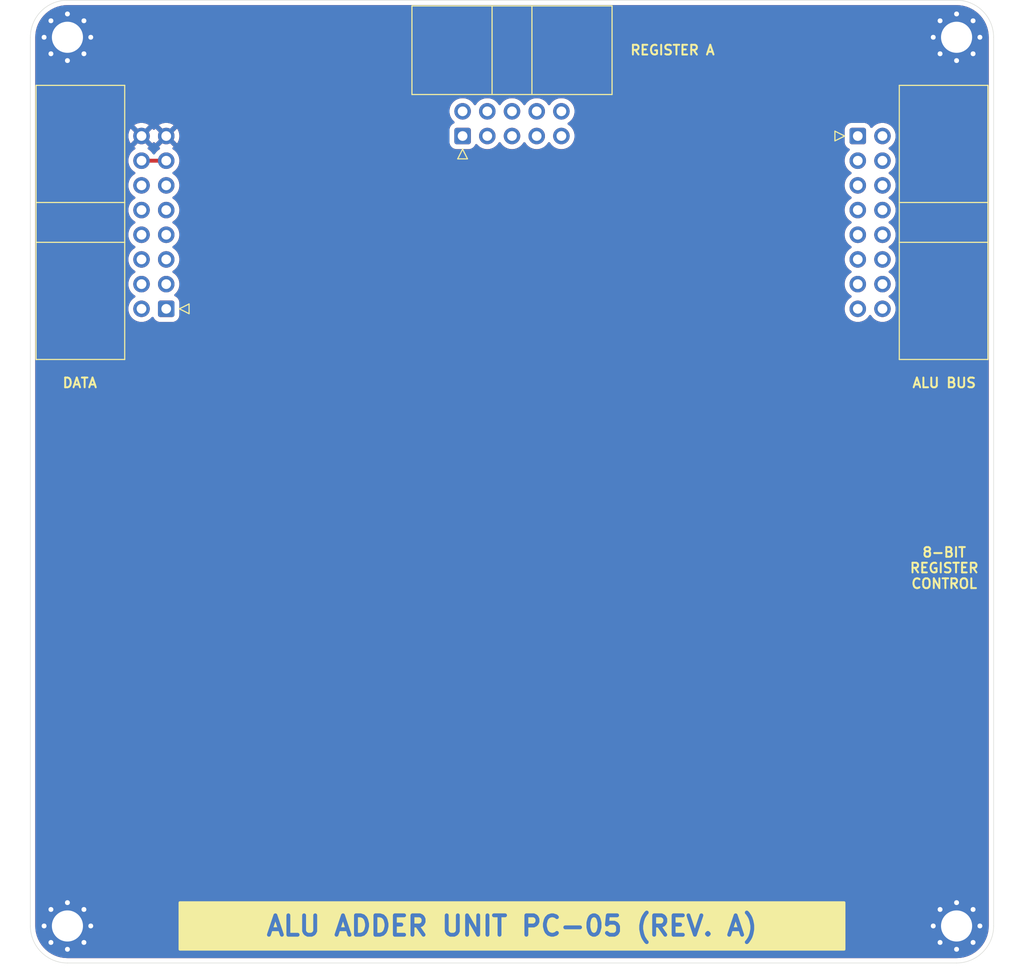
<source format=kicad_pcb>
(kicad_pcb (version 20241229) (generator "pcbnew") (generator_version "9.0")
  (title_block (title "Dual 8-Bit Register Unit") (date "2025-02-13") (rev "PC-01-A"))
  (layers (0 "F.Cu" signal) (2 "B.Cu" signal) (13 "F.Paste" user) (15 "B.Paste" user) (5 "F.SilkS" user "F.Silkscreen") (7 "B.SilkS" user "B.Silkscreen") (1 "F.Mask" user) (3 "B.Mask" user) (25 "Edge.Cuts" user))
  (net 0 "")
  (net 1 "/adr12")
  (net 2 "/adr8")
  (net 3 "/adr14")
  (net 4 "/adr13")
  (net 5 "/adr6")
  (net 6 "/adr1")
  (net 7 "/adr4")
  (net 8 "/adr10")
  (net 9 "/adr7")
  (net 10 "/adr15")
  (net 11 "/adr3")
  (net 12 "/adr5")
  (net 13 "/adr9")
  (net 14 "/adr11")
  (net 15 "/adr2")
  (net 16 "/adr0")
  (net 17 "/rega6")
  (net 18 "/rega4")
  (net 19 "/rega5")
  (net 20 "/rega2")
  (net 21 "/rega7")
  (net 22 "/rega3")
  (net 23 "/rega0")
  (net 24 "/rega1")
  (net 25 "/data3")
  (net 26 "GND")
  (net 27 "/data2")
  (net 28 "/clock")
  (net 29 "/data6")
  (net 30 "/data5")
  (net 31 "/data7")
  (net 32 "/~{mem_read}")
  (net 33 "VCC")
  (net 34 "/data4")
  (net 35 "/data0")
  (net 36 "/mem_write")
  (net 37 "/data1")
  (net 38 "/~{reset}")
  (footprint "Connector_IDC:IDC-Header_2x08_P2.54mm_Horizontal" (layer "F.Cu") (at 54.61 54.61 180)
    (property "Reference" "DATA_BUS1" (hide yes))
    (property "Value" "Conn_01x16")
    (fp_line (start 13.39 22.99) (end 4.27 22.99) (stroke (width 0.12)) (layer "F.SilkS"))
    (fp_line (start 13.39 -5.21) (end 13.39 22.99) (stroke (width 0.12)) (layer "F.SilkS"))
    (fp_line (start 4.27 22.99) (end 4.27 -5.21) (stroke (width 0.12)) (layer "F.SilkS"))
    (fp_line (start 4.27 10.94) (end 13.39 10.94) (stroke (width 0.12)) (layer "F.SilkS"))
    (fp_line (start 4.27 6.84) (end 13.39 6.84) (stroke (width 0.12)) (layer "F.SilkS"))
    (fp_line (start 4.27 -5.21) (end 13.39 -5.21) (stroke (width 0.12)) (layer "F.SilkS"))
    (fp_line (start -1.35 0) (end -2.35 -0.5) (stroke (width 0.12)) (layer "F.SilkS"))
    (fp_line (start -2.35 0.5) (end -1.35 0) (stroke (width 0.12)) (layer "F.SilkS"))
    (fp_line (start -2.35 -0.5) (end -2.35 0.5) (stroke (width 0.12)) (layer "F.SilkS"))
    (pad "1" thru_hole roundrect (at 0 0 180) (size 1.7 1.7) (drill 1) (layers "*.Cu" "*.Mask") (roundrect_rratio 0.147059) (net 35 "/data0"))
    (pad "2" thru_hole circle (at 2.54 0 180) (size 1.7 1.7) (drill 1) (layers "*.Cu" "*.Mask") (net 37 "/data1"))
    (pad "3" thru_hole circle (at 0 2.54 180) (size 1.7 1.7) (drill 1) (layers "*.Cu" "*.Mask") (net 27 "/data2"))
    (pad "4" thru_hole circle (at 2.54 2.54 180) (size 1.7 1.7) (drill 1) (layers "*.Cu" "*.Mask") (net 25 "/data3"))
    (pad "5" thru_hole circle (at 0 5.08 180) (size 1.7 1.7) (drill 1) (layers "*.Cu" "*.Mask") (net 34 "/data4"))
    (pad "6" thru_hole circle (at 2.54 5.08 180) (size 1.7 1.7) (drill 1) (layers "*.Cu" "*.Mask") (net 30 "/data5"))
    (pad "7" thru_hole circle (at 0 7.62 180) (size 1.7 1.7) (drill 1) (layers "*.Cu" "*.Mask") (net 29 "/data6"))
    (pad "8" thru_hole circle (at 2.54 7.62 180) (size 1.7 1.7) (drill 1) (layers "*.Cu" "*.Mask") (net 31 "/data7"))
    (pad "9" thru_hole circle (at 0 10.16 180) (size 1.7 1.7) (drill 1) (layers "*.Cu" "*.Mask") (net 32 "/~{mem_read}"))
    (pad "10" thru_hole circle (at 2.54 10.16 180) (size 1.7 1.7) (drill 1) (layers "*.Cu" "*.Mask") (net 36 "/mem_write"))
    (pad "11" thru_hole circle (at 0 12.7 180) (size 1.7 1.7) (drill 1) (layers "*.Cu" "*.Mask") (net 38 "/~{reset}"))
    (pad "12" thru_hole circle (at 2.54 12.7 180) (size 1.7 1.7) (drill 1) (layers "*.Cu" "*.Mask") (net 28 "/clock"))
    (pad "13" thru_hole circle (at 0 15.24 180) (size 1.7 1.7) (drill 1) (layers "*.Cu" "*.Mask") (net 33 "VCC"))
    (pad "14" thru_hole circle (at 2.54 15.24 180) (size 1.7 1.7) (drill 1) (layers "*.Cu" "*.Mask") (net 33 "VCC"))
    (pad "15" thru_hole circle (at 0 17.78 180) (size 1.7 1.7) (drill 1) (layers "*.Cu" "*.Mask") (net 26 "GND"))
    (pad "16" thru_hole circle (at 2.54 17.78 180) (size 1.7 1.7) (drill 1) (layers "*.Cu" "*.Mask") (net 26 "GND"))
  )
  (footprint "Connector_IDC:IDC-Header_2x05_P2.54mm_Horizontal" (layer "F.Cu") (at 85.09 36.83 90)
    (property "Reference" "J1" (hide yes))
    (property "Value" "Conn_01x10")
    (fp_line (start 13.39 -5.21) (end 13.39 15.37) (stroke (width 0.12)) (layer "F.SilkS"))
    (fp_line (start 4.27 -5.21) (end 13.39 -5.21) (stroke (width 0.12)) (layer "F.SilkS"))
    (fp_line (start -2.35 -0.5) (end -2.35 0.5) (stroke (width 0.12)) (layer "F.SilkS"))
    (fp_line (start -1.35 0) (end -2.35 -0.5) (stroke (width 0.12)) (layer "F.SilkS"))
    (fp_line (start -2.35 0.5) (end -1.35 0) (stroke (width 0.12)) (layer "F.SilkS"))
    (fp_line (start 4.27 3.03) (end 13.39 3.03) (stroke (width 0.12)) (layer "F.SilkS"))
    (fp_line (start 4.27 7.13) (end 13.39 7.13) (stroke (width 0.12)) (layer "F.SilkS"))
    (fp_line (start 13.39 15.37) (end 4.27 15.37) (stroke (width 0.12)) (layer "F.SilkS"))
    (fp_line (start 4.27 15.37) (end 4.27 -5.21) (stroke (width 0.12)) (layer "F.SilkS"))
    (pad "1" thru_hole roundrect (at 0 0 90) (size 1.7 1.7) (drill 1) (layers "*.Cu" "*.Mask") (roundrect_rratio 0.147059) (net 23 "/rega0"))
    (pad "2" thru_hole circle (at 2.54 0 90) (size 1.7 1.7) (drill 1) (layers "*.Cu" "*.Mask") (net 24 "/rega1"))
    (pad "3" thru_hole circle (at 0 2.54 90) (size 1.7 1.7) (drill 1) (layers "*.Cu" "*.Mask") (net 20 "/rega2"))
    (pad "4" thru_hole circle (at 2.54 2.54 90) (size 1.7 1.7) (drill 1) (layers "*.Cu" "*.Mask") (net 22 "/rega3"))
    (pad "5" thru_hole circle (at 0 5.08 90) (size 1.7 1.7) (drill 1) (layers "*.Cu" "*.Mask") (net 18 "/rega4"))
    (pad "6" thru_hole circle (at 2.54 5.08 90) (size 1.7 1.7) (drill 1) (layers "*.Cu" "*.Mask") (net 19 "/rega5"))
    (pad "7" thru_hole circle (at 0 7.62 90) (size 1.7 1.7) (drill 1) (layers "*.Cu" "*.Mask") (net 17 "/rega6"))
    (pad "8" thru_hole circle (at 2.54 7.62 90) (size 1.7 1.7) (drill 1) (layers "*.Cu" "*.Mask") (net 21 "/rega7"))
    (pad "9" thru_hole circle (at 0 10.16 90) (size 1.7 1.7) (drill 1) (layers "*.Cu" "*.Mask"))
    (pad "10" thru_hole circle (at 2.54 10.16 90) (size 1.7 1.7) (drill 1) (layers "*.Cu" "*.Mask"))
  )
  (footprint "MountingHole:MountingHole_3.2mm_M3_Pad_Via" (layer "F.Cu") (at 135.89 118.11)
    (property "Reference" "H3" (hide yes))
    (property "Value" "MountingHole_Pad")
    (pad "1" thru_hole circle (at -2.4 0) (size 0.8 0.8) (drill 0.5) (layers "*.Cu" "*.Mask") (net 26 "GND"))
    (pad "1" thru_hole circle (at -1.697056 -1.697056) (size 0.8 0.8) (drill 0.5) (layers "*.Cu" "*.Mask") (net 26 "GND"))
    (pad "1" thru_hole circle (at -1.697056 1.697056) (size 0.8 0.8) (drill 0.5) (layers "*.Cu" "*.Mask") (net 26 "GND"))
    (pad "1" thru_hole circle (at 0 -2.4) (size 0.8 0.8) (drill 0.5) (layers "*.Cu" "*.Mask") (net 26 "GND"))
    (pad "1" thru_hole circle (at 0 0) (size 6.4 6.4) (drill 3.2) (layers "*.Cu" "*.Mask") (net 26 "GND"))
    (pad "1" thru_hole circle (at 0 2.4) (size 0.8 0.8) (drill 0.5) (layers "*.Cu" "*.Mask") (net 26 "GND"))
    (pad "1" thru_hole circle (at 1.697056 -1.697056) (size 0.8 0.8) (drill 0.5) (layers "*.Cu" "*.Mask") (net 26 "GND"))
    (pad "1" thru_hole circle (at 1.697056 1.697056) (size 0.8 0.8) (drill 0.5) (layers "*.Cu" "*.Mask") (net 26 "GND"))
    (pad "1" thru_hole circle (at 2.4 0) (size 0.8 0.8) (drill 0.5) (layers "*.Cu" "*.Mask") (net 26 "GND"))
  )
  (footprint "Connector_IDC:IDC-Header_2x08_P2.54mm_Horizontal" (layer "F.Cu") (at 125.73 36.83)
    (property "Reference" "ADDRESS_BUS1" (hide yes))
    (property "Value" "Conn_01x16")
    (fp_line (start -2.35 -0.5) (end -2.35 0.5) (stroke (width 0.12)) (layer "F.SilkS"))
    (fp_line (start -2.35 0.5) (end -1.35 0) (stroke (width 0.12)) (layer "F.SilkS"))
    (fp_line (start -1.35 0) (end -2.35 -0.5) (stroke (width 0.12)) (layer "F.SilkS"))
    (fp_line (start 4.27 -5.21) (end 13.39 -5.21) (stroke (width 0.12)) (layer "F.SilkS"))
    (fp_line (start 4.27 6.84) (end 13.39 6.84) (stroke (width 0.12)) (layer "F.SilkS"))
    (fp_line (start 4.27 10.94) (end 13.39 10.94) (stroke (width 0.12)) (layer "F.SilkS"))
    (fp_line (start 4.27 22.99) (end 4.27 -5.21) (stroke (width 0.12)) (layer "F.SilkS"))
    (fp_line (start 13.39 -5.21) (end 13.39 22.99) (stroke (width 0.12)) (layer "F.SilkS"))
    (fp_line (start 13.39 22.99) (end 4.27 22.99) (stroke (width 0.12)) (layer "F.SilkS"))
    (pad "1" thru_hole roundrect (at 0 0) (size 1.7 1.7) (drill 1) (layers "*.Cu" "*.Mask") (roundrect_rratio 0.147059) (net 16 "/adr0"))
    (pad "2" thru_hole circle (at 2.54 0) (size 1.7 1.7) (drill 1) (layers "*.Cu" "*.Mask") (net 6 "/adr1"))
    (pad "3" thru_hole circle (at 0 2.54) (size 1.7 1.7) (drill 1) (layers "*.Cu" "*.Mask") (net 15 "/adr2"))
    (pad "4" thru_hole circle (at 2.54 2.54) (size 1.7 1.7) (drill 1) (layers "*.Cu" "*.Mask") (net 11 "/adr3"))
    (pad "5" thru_hole circle (at 0 5.08) (size 1.7 1.7) (drill 1) (layers "*.Cu" "*.Mask") (net 7 "/adr4"))
    (pad "6" thru_hole circle (at 2.54 5.08) (size 1.7 1.7) (drill 1) (layers "*.Cu" "*.Mask") (net 12 "/adr5"))
    (pad "7" thru_hole circle (at 0 7.62) (size 1.7 1.7) (drill 1) (layers "*.Cu" "*.Mask") (net 5 "/adr6"))
    (pad "8" thru_hole circle (at 2.54 7.62) (size 1.7 1.7) (drill 1) (layers "*.Cu" "*.Mask") (net 9 "/adr7"))
    (pad "9" thru_hole circle (at 0 10.16) (size 1.7 1.7) (drill 1) (layers "*.Cu" "*.Mask") (net 2 "/adr8"))
    (pad "10" thru_hole circle (at 2.54 10.16) (size 1.7 1.7) (drill 1) (layers "*.Cu" "*.Mask") (net 13 "/adr9"))
    (pad "11" thru_hole circle (at 0 12.7) (size 1.7 1.7) (drill 1) (layers "*.Cu" "*.Mask") (net 8 "/adr10"))
    (pad "12" thru_hole circle (at 2.54 12.7) (size 1.7 1.7) (drill 1) (layers "*.Cu" "*.Mask") (net 14 "/adr11"))
    (pad "13" thru_hole circle (at 0 15.24) (size 1.7 1.7) (drill 1) (layers "*.Cu" "*.Mask") (net 1 "/adr12"))
    (pad "14" thru_hole circle (at 2.54 15.24) (size 1.7 1.7) (drill 1) (layers "*.Cu" "*.Mask") (net 4 "/adr13"))
    (pad "15" thru_hole circle (at 0 17.78) (size 1.7 1.7) (drill 1) (layers "*.Cu" "*.Mask") (net 3 "/adr14"))
    (pad "16" thru_hole circle (at 2.54 17.78) (size 1.7 1.7) (drill 1) (layers "*.Cu" "*.Mask") (net 10 "/adr15"))
  )
  (footprint "MountingHole:MountingHole_3.2mm_M3_Pad_Via" (layer "F.Cu") (at 44.45 26.67)
    (property "Reference" "H1" (hide yes))
    (property "Value" "MountingHole_Pad")
    (pad "1" thru_hole circle (at -2.4 0) (size 0.8 0.8) (drill 0.5) (layers "*.Cu" "*.Mask") (net 26 "GND"))
    (pad "1" thru_hole circle (at -1.697056 -1.697056) (size 0.8 0.8) (drill 0.5) (layers "*.Cu" "*.Mask") (net 26 "GND"))
    (pad "1" thru_hole circle (at -1.697056 1.697056) (size 0.8 0.8) (drill 0.5) (layers "*.Cu" "*.Mask") (net 26 "GND"))
    (pad "1" thru_hole circle (at 0 -2.4) (size 0.8 0.8) (drill 0.5) (layers "*.Cu" "*.Mask") (net 26 "GND"))
    (pad "1" thru_hole circle (at 0 0) (size 6.4 6.4) (drill 3.2) (layers "*.Cu" "*.Mask") (net 26 "GND"))
    (pad "1" thru_hole circle (at 0 2.4) (size 0.8 0.8) (drill 0.5) (layers "*.Cu" "*.Mask") (net 26 "GND"))
    (pad "1" thru_hole circle (at 1.697056 -1.697056) (size 0.8 0.8) (drill 0.5) (layers "*.Cu" "*.Mask") (net 26 "GND"))
    (pad "1" thru_hole circle (at 1.697056 1.697056) (size 0.8 0.8) (drill 0.5) (layers "*.Cu" "*.Mask") (net 26 "GND"))
    (pad "1" thru_hole circle (at 2.4 0) (size 0.8 0.8) (drill 0.5) (layers "*.Cu" "*.Mask") (net 26 "GND"))
  )
  (footprint "MountingHole:MountingHole_3.2mm_M3_Pad_Via" (layer "F.Cu") (at 135.89 26.67)
    (property "Reference" "H2" (hide yes))
    (property "Value" "MountingHole_Pad")
    (pad "1" thru_hole circle (at -2.4 0) (size 0.8 0.8) (drill 0.5) (layers "*.Cu" "*.Mask") (net 26 "GND"))
    (pad "1" thru_hole circle (at -1.697056 -1.697056) (size 0.8 0.8) (drill 0.5) (layers "*.Cu" "*.Mask") (net 26 "GND"))
    (pad "1" thru_hole circle (at -1.697056 1.697056) (size 0.8 0.8) (drill 0.5) (layers "*.Cu" "*.Mask") (net 26 "GND"))
    (pad "1" thru_hole circle (at 0 -2.4) (size 0.8 0.8) (drill 0.5) (layers "*.Cu" "*.Mask") (net 26 "GND"))
    (pad "1" thru_hole circle (at 0 0) (size 6.4 6.4) (drill 3.2) (layers "*.Cu" "*.Mask") (net 26 "GND"))
    (pad "1" thru_hole circle (at 0 2.4) (size 0.8 0.8) (drill 0.5) (layers "*.Cu" "*.Mask") (net 26 "GND"))
    (pad "1" thru_hole circle (at 1.697056 -1.697056) (size 0.8 0.8) (drill 0.5) (layers "*.Cu" "*.Mask") (net 26 "GND"))
    (pad "1" thru_hole circle (at 1.697056 1.697056) (size 0.8 0.8) (drill 0.5) (layers "*.Cu" "*.Mask") (net 26 "GND"))
    (pad "1" thru_hole circle (at 2.4 0) (size 0.8 0.8) (drill 0.5) (layers "*.Cu" "*.Mask") (net 26 "GND"))
  )
  (footprint "MountingHole:MountingHole_3.2mm_M3_Pad_Via" (layer "F.Cu") (at 44.45 118.11)
    (property "Reference" "H4" (hide yes))
    (property "Value" "MountingHole_Pad")
    (pad "1" thru_hole circle (at -2.4 0) (size 0.8 0.8) (drill 0.5) (layers "*.Cu" "*.Mask") (net 26 "GND"))
    (pad "1" thru_hole circle (at -1.697056 -1.697056) (size 0.8 0.8) (drill 0.5) (layers "*.Cu" "*.Mask") (net 26 "GND"))
    (pad "1" thru_hole circle (at -1.697056 1.697056) (size 0.8 0.8) (drill 0.5) (layers "*.Cu" "*.Mask") (net 26 "GND"))
    (pad "1" thru_hole circle (at 0 -2.4) (size 0.8 0.8) (drill 0.5) (layers "*.Cu" "*.Mask") (net 26 "GND"))
    (pad "1" thru_hole circle (at 0 0) (size 6.4 6.4) (drill 3.2) (layers "*.Cu" "*.Mask") (net 26 "GND"))
    (pad "1" thru_hole circle (at 0 2.4) (size 0.8 0.8) (drill 0.5) (layers "*.Cu" "*.Mask") (net 26 "GND"))
    (pad "1" thru_hole circle (at 1.697056 -1.697056) (size 0.8 0.8) (drill 0.5) (layers "*.Cu" "*.Mask") (net 26 "GND"))
    (pad "1" thru_hole circle (at 1.697056 1.697056) (size 0.8 0.8) (drill 0.5) (layers "*.Cu" "*.Mask") (net 26 "GND"))
    (pad "1" thru_hole circle (at 2.4 0) (size 0.8 0.8) (drill 0.5) (layers "*.Cu" "*.Mask") (net 26 "GND"))
  )
  (gr_line (start 139.7 26.67) (end 139.7 118.11) (stroke (width 0.05)) (layer "Edge.Cuts"))
  (gr_arc (start 135.89 22.86) (mid 138.584077 23.975923) (end 139.7 26.67) (stroke (width 0.05)) (layer "Edge.Cuts"))
  (gr_line (start 40.64 118.11) (end 40.64 26.67) (stroke (width 0.05)) (layer "Edge.Cuts"))
  (gr_line (start 44.45 22.86) (end 135.89 22.86) (stroke (width 0.05)) (layer "Edge.Cuts"))
  (gr_line (start 135.89 121.92) (end 44.45 121.92) (stroke (width 0.05)) (layer "Edge.Cuts"))
  (gr_arc (start 44.45 121.92) (mid 41.755923 120.804077) (end 40.64 118.11) (stroke (width 0.05)) (layer "Edge.Cuts"))
  (gr_arc (start 139.7 118.11) (mid 138.584077 120.804077) (end 135.89 121.92) (stroke (width 0.05)) (layer "Edge.Cuts"))
  (gr_arc (start 40.64 26.67) (mid 41.755923 23.975923) (end 44.45 22.86) (stroke (width 0.05)) (layer "Edge.Cuts"))
  (gr_text "DATA" (at 45.72 62.23 0) (layer "F.SilkS") (effects (font (size 1 1) (thickness 0.2) (bold yes))))
  (gr_text "ALU BUS" (at 134.62 62.23 0) (layer "F.SilkS") (effects (font (size 1 1) (thickness 0.2) (bold yes))))
  (gr_text "8-BIT\nREGISTER\nCONTROL" (at 134.62 81.28 0) (layer "F.SilkS") (effects (font (size 1 1) (thickness 0.2) (bold yes))))
  (gr_text "REGISTER A" (at 102.235 28.575 0) (layer "F.SilkS") (effects (font (size 1 1) (thickness 0.2) (bold yes)) (justify left bottom)))
  (gr_text "ALU ADDER UNIT PC-05 (REV. A)" (at 90.17 118.11 0) (layer "F.SilkS" knockout) (effects (font (size 2 2) (thickness 0.4) (bold yes))))
  (segment (start 54.61 39.37) (end 52.07 39.37) (width 0.4) (layer "F.Cu") (net 33))
  (zone (net 26) (net_name "GND") (layer "F.Cu") (priority 1) (connect_pads (clearance 0.5)) (min_thickness 0.25) (fill yes (thermal_gap 0.5) (thermal_bridge_width 0.5))
    (polygon (pts (xy 40.64 22.86) (xy 139.7 22.86) (xy 139.7 121.92) (xy 40.64 121.92)))
  )
  (zone (net 26) (net_name "GND") (layer "B.Cu") (connect_pads (clearance 0.5)) (min_thickness 0.25) (fill yes (thermal_gap 0.5) (thermal_bridge_width 0.5))
    (polygon (pts (xy 40.64 22.86) (xy 40.64 121.92) (xy 139.7 121.92) (xy 139.7 22.86)))
  )
  (zone (net 0) (net_name "") (layer "F.SilkS") (connect_pads (clearance 0.5)) (min_thickness 0.25) (fill yes (thermal_gap 0.5) (thermal_bridge_width 0.5))
    (polygon (pts (xy 124.46 115.57) (xy 55.88 115.57) (xy 55.88 120.65) (xy 124.46 120.65)))
  )
)
</source>
